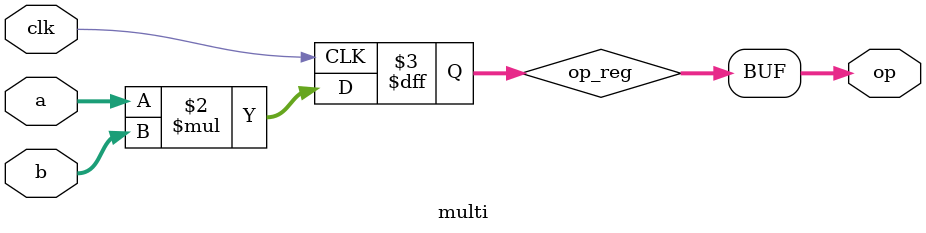
<source format=sv>
module multi(clk, a, b, op);
  input clk;
  input [15:0] a;
  input [15:0] b;
  output[31:0] op;

  reg [31:0] op_reg;
    always @(posedge clk)
        begin 
            op_reg <= a * b;      
        end  
  assign op = op_reg;
endmodule
</source>
